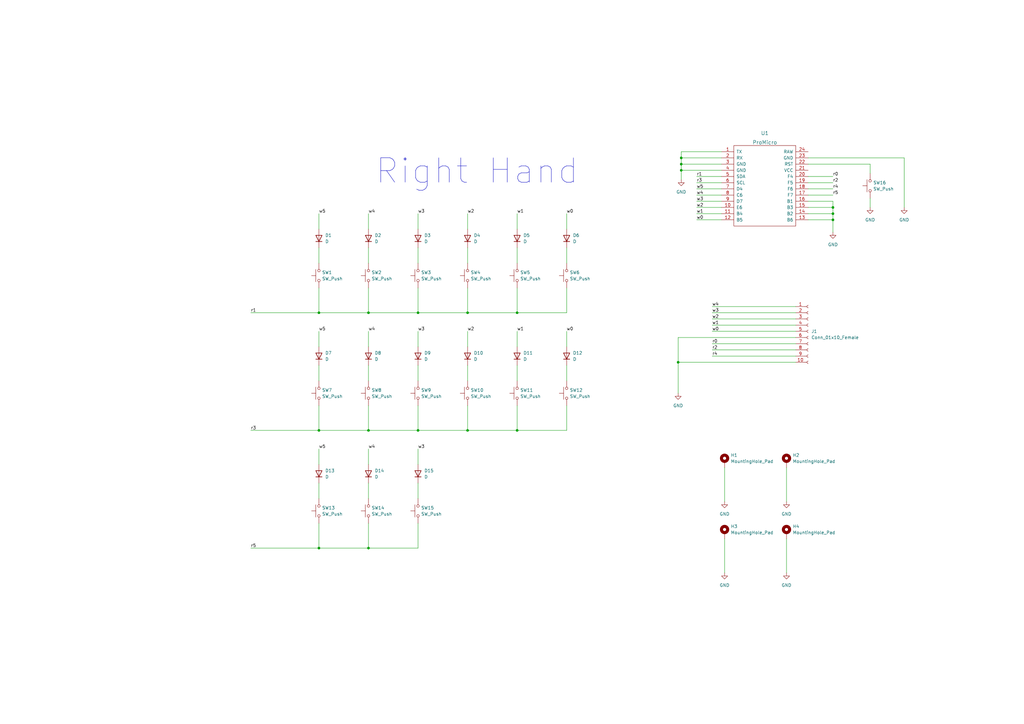
<source format=kicad_sch>
(kicad_sch (version 20211123) (generator eeschema)
  (paper "A3")
  (lib_symbols
    (symbol "Connector:Conn_01x10_Female" (pin_names (offset 1.016) hide)
      (property "Reference" "J" (at 0 12.7 0))
      (property "Value" "Conn_01x10_Female" (at 0 -15.24 0))
      (symbol "Conn_01x10_Female_1_1"
        (arc (start 0 -12.192) (mid -0.508 -12.7) (end 0 -13.208) (stroke (width 0.1524)))
        (arc (start 0 -9.652) (mid -0.508 -10.16) (end 0 -10.668) (stroke (width 0.1524)))
        (arc (start 0 -7.112) (mid -0.508 -7.62) (end 0 -8.128) (stroke (width 0.1524)))
        (arc (start 0 -4.572) (mid -0.508 -5.08) (end 0 -5.588) (stroke (width 0.1524)))
        (arc (start 0 -2.032) (mid -0.508 -2.54) (end 0 -3.048) (stroke (width 0.1524)))
        (polyline (pts (xy -1.27 -12.7) (xy -0.508 -12.7)) (stroke (width 0.1524)))
        (polyline (pts (xy -1.27 -10.16) (xy -0.508 -10.16)) (stroke (width 0.1524)))
        (polyline (pts (xy -1.27 -7.62) (xy -0.508 -7.62)) (stroke (width 0.1524)))
        (polyline (pts (xy -1.27 -5.08) (xy -0.508 -5.08)) (stroke (width 0.1524)))
        (polyline (pts (xy -1.27 -2.54) (xy -0.508 -2.54)) (stroke (width 0.1524)))
        (polyline (pts (xy -1.27 0) (xy -0.508 0)) (stroke (width 0.1524)))
        (polyline (pts (xy -1.27 2.54) (xy -0.508 2.54)) (stroke (width 0.1524)))
        (polyline (pts (xy -1.27 5.08) (xy -0.508 5.08)) (stroke (width 0.1524)))
        (polyline (pts (xy -1.27 7.62) (xy -0.508 7.62)) (stroke (width 0.1524)))
        (polyline (pts (xy -1.27 10.16) (xy -0.508 10.16)) (stroke (width 0.1524)))
        (arc (start 0 0.508) (mid -0.508 0) (end 0 -0.508) (stroke (width 0.1524)))
        (arc (start 0 3.048) (mid -0.508 2.54) (end 0 2.032) (stroke (width 0.1524)))
        (arc (start 0 5.588) (mid -0.508 5.08) (end 0 4.572) (stroke (width 0.1524)))
        (arc (start 0 8.128) (mid -0.508 7.62) (end 0 7.112) (stroke (width 0.1524)))
        (arc (start 0 10.668) (mid -0.508 10.16) (end 0 9.652) (stroke (width 0.1524)))
        (pin passive line (at -5.08 10.16 0) (length 3.81) (name "Pin_1") (number "1"))
        (pin passive line (at -5.08 -12.7 0) (length 3.81) (name "Pin_10") (number "10"))
        (pin passive line (at -5.08 7.62 0) (length 3.81) (name "Pin_2") (number "2"))
        (pin passive line (at -5.08 5.08 0) (length 3.81) (name "Pin_3") (number "3"))
        (pin passive line (at -5.08 2.54 0) (length 3.81) (name "Pin_4") (number "4"))
        (pin passive line (at -5.08 0 0) (length 3.81) (name "Pin_5") (number "5"))
        (pin passive line (at -5.08 -2.54 0) (length 3.81) (name "Pin_6") (number "6"))
        (pin passive line (at -5.08 -5.08 0) (length 3.81) (name "Pin_7") (number "7"))
        (pin passive line (at -5.08 -7.62 0) (length 3.81) (name "Pin_8") (number "8"))
        (pin passive line (at -5.08 -10.16 0) (length 3.81) (name "Pin_9") (number "9"))
      )
    )
    (symbol "Device:D" (pin_numbers hide) (pin_names (offset 1.016) hide)
      (property "Reference" "D" (at 0 2.54 0))
      (property "Value" "D" (at 0 -2.54 0))
      (symbol "D_0_1"
        (polyline (pts (xy -1.27 1.27) (xy -1.27 -1.27)) (stroke (width 0.254)))
        (polyline (pts (xy 1.27 0) (xy -1.27 0)))
        (polyline (pts (xy 1.27 1.27) (xy 1.27 -1.27) (xy -1.27 0) (xy 1.27 1.27)) (stroke (width 0.254)))
      )
      (symbol "D_1_1"
        (pin passive line (at -3.81 0 0) (length 2.54) (name "K") (number "1"))
        (pin passive line (at 3.81 0 180) (length 2.54) (name "A") (number "2"))
      )
    )
    (symbol "Mechanical:MountingHole_Pad" (pin_numbers hide) (pin_names (offset 1.016) hide)
      (property "Reference" "H" (at 0 6.35 0))
      (property "Value" "MountingHole_Pad" (at 0 4.445 0))
      (symbol "MountingHole_Pad_0_1"
        (circle (center 0 1.27) (radius 1.27) (stroke (width 1.27)))
      )
      (symbol "MountingHole_Pad_1_1"
        (pin input line (at 0 -2.54 90) (length 2.54) (name "1") (number "1"))
      )
    )
    (symbol "Switch:SW_Push" (pin_numbers hide) (pin_names (offset 1.016) hide)
      (property "Reference" "SW" (at 1.27 2.54 0))
      (property "Value" "SW_Push" (at 0 -1.524 0))
      (symbol "SW_Push_0_1"
        (circle (center -2.032 0) (radius 0.508))
        (polyline (pts (xy 0 1.27) (xy 0 3.048)))
        (polyline (pts (xy 2.54 1.27) (xy -2.54 1.27)))
        (circle (center 2.032 0) (radius 0.508))
        (pin passive line (at -5.08 0 0) (length 2.54) (name "1") (number "1"))
        (pin passive line (at 5.08 0 180) (length 2.54) (name "2") (number "2"))
      )
    )
    (symbol "power:GND" (power) (pin_names (offset 0))
      (property "Value" "GND" (at 0 -3.81 0))
      (symbol "GND_0_1"
        (polyline (pts (xy 0 0) (xy 0 -1.27) (xy 1.27 -1.27) (xy 0 -2.54) (xy -1.27 -1.27) (xy 0 -1.27)))
      )
      (symbol "GND_1_1"
        (pin power_in line (at 0 0 270) (length 0) hide (name "GND") (number "1"))
      )
    )
    (symbol "promicro:ProMicro" (pin_names (offset 1.016))
      (property "Reference" "U" (at 0 24.13 0))
      (property "Value" "ProMicro" (at 0 -13.97 0))
      (symbol "ProMicro_0_1"
        (rectangle (start -12.7 21.59) (end 12.7 -11.43))
      )
      (symbol "ProMicro_1_1"
        (pin bidirectional line (at -17.78 19.05 0) (length 5.08) (name "TX") (number "1"))
        (pin bidirectional line (at -17.78 -3.81 0) (length 5.08) (name "E6") (number "10"))
        (pin bidirectional line (at -17.78 -6.35 0) (length 5.08) (name "B4") (number "11"))
        (pin bidirectional line (at -17.78 -8.89 0) (length 5.08) (name "B5") (number "12"))
        (pin bidirectional line (at 17.78 -8.89 180) (length 5.08) (name "B6") (number "13"))
        (pin bidirectional line (at 17.78 -6.35 180) (length 5.08) (name "B2") (number "14"))
        (pin bidirectional line (at 17.78 -3.81 180) (length 5.08) (name "B3") (number "15"))
        (pin bidirectional line (at 17.78 -1.27 180) (length 5.08) (name "B1") (number "16"))
        (pin bidirectional line (at 17.78 1.27 180) (length 5.08) (name "F7") (number "17"))
        (pin bidirectional line (at 17.78 3.81 180) (length 5.08) (name "F6") (number "18"))
        (pin bidirectional line (at 17.78 6.35 180) (length 5.08) (name "F5") (number "19"))
        (pin bidirectional line (at -17.78 16.51 0) (length 5.08) (name "RX") (number "2"))
        (pin bidirectional line (at 17.78 8.89 180) (length 5.08) (name "F4") (number "20"))
        (pin power_in line (at 17.78 11.43 180) (length 5.08) (name "VCC") (number "21"))
        (pin input line (at 17.78 13.97 180) (length 5.08) (name "RST") (number "22"))
        (pin power_in line (at 17.78 16.51 180) (length 5.08) (name "GND") (number "23"))
        (pin power_out line (at 17.78 19.05 180) (length 5.08) (name "RAW") (number "24"))
        (pin power_in line (at -17.78 13.97 0) (length 5.08) (name "GND") (number "3"))
        (pin power_in line (at -17.78 11.43 0) (length 5.08) (name "GND") (number "4"))
        (pin bidirectional line (at -17.78 8.89 0) (length 5.08) (name "SDA") (number "5"))
        (pin bidirectional line (at -17.78 6.35 0) (length 5.08) (name "SCL") (number "6"))
        (pin bidirectional line (at -17.78 3.81 0) (length 5.08) (name "D4") (number "7"))
        (pin bidirectional line (at -17.78 1.27 0) (length 5.08) (name "C6") (number "8"))
        (pin bidirectional line (at -17.78 -1.27 0) (length 5.08) (name "D7") (number "9"))
      )
    )
  )
  (junction (at 341.63 90.17))
  (junction (at 191.77 128.27))
  (junction (at 130.81 176.53))
  (junction (at 191.77 176.53))
  (junction (at 171.45 128.27))
  (junction (at 341.63 87.63))
  (junction (at 151.13 224.79))
  (junction (at 212.09 128.27))
  (junction (at 151.13 128.27))
  (junction (at 212.09 176.53))
  (junction (at 130.81 224.79))
  (junction (at 130.81 128.27))
  (junction (at 278.13 148.59))
  (junction (at 341.63 85.09))
  (junction (at 171.45 176.53))
  (junction (at 279.4 69.85))
  (junction (at 279.4 64.77))
  (junction (at 279.4 67.31))
  (junction (at 151.13 176.53))
  (wire (pts (xy 356.87 67.31) (xy 356.87 71.12)))
  (wire (pts (xy 102.87 128.27) (xy 130.81 128.27)))
  (wire (pts (xy 212.09 87.63) (xy 212.09 93.98)))
  (wire (pts (xy 331.47 87.63) (xy 341.63 87.63)))
  (wire (pts (xy 292.1 140.97) (xy 326.39 140.97)))
  (wire (pts (xy 279.4 69.85) (xy 279.4 73.66)))
  (wire (pts (xy 292.1 128.27) (xy 326.39 128.27)))
  (wire (pts (xy 292.1 125.73) (xy 326.39 125.73)))
  (wire (pts (xy 285.75 74.93) (xy 295.91 74.93)))
  (wire (pts (xy 285.75 77.47) (xy 295.91 77.47)))
  (wire (pts (xy 285.75 85.09) (xy 295.91 85.09)))
  (wire (pts (xy 212.09 101.6) (xy 212.09 107.95)))
  (wire (pts (xy 130.81 118.11) (xy 130.81 128.27)))
  (wire (pts (xy 331.47 90.17) (xy 341.63 90.17)))
  (wire (pts (xy 341.63 82.55) (xy 341.63 85.09)))
  (wire (pts (xy 171.45 176.53) (xy 191.77 176.53)))
  (wire (pts (xy 151.13 149.86) (xy 151.13 156.21)))
  (wire (pts (xy 331.47 82.55) (xy 341.63 82.55)))
  (wire (pts (xy 278.13 138.43) (xy 326.39 138.43)))
  (wire (pts (xy 102.87 176.53) (xy 130.81 176.53)))
  (wire (pts (xy 292.1 146.05) (xy 326.39 146.05)))
  (wire (pts (xy 285.75 90.17) (xy 295.91 90.17)))
  (wire (pts (xy 171.45 118.11) (xy 171.45 128.27)))
  (wire (pts (xy 322.58 220.98) (xy 322.58 234.95)))
  (wire (pts (xy 191.77 118.11) (xy 191.77 128.27)))
  (wire (pts (xy 130.81 224.79) (xy 151.13 224.79)))
  (wire (pts (xy 331.47 64.77) (xy 370.84 64.77)))
  (wire (pts (xy 171.45 87.63) (xy 171.45 93.98)))
  (wire (pts (xy 279.4 69.85) (xy 295.91 69.85)))
  (wire (pts (xy 331.47 67.31) (xy 356.87 67.31)))
  (wire (pts (xy 292.1 130.81) (xy 326.39 130.81)))
  (wire (pts (xy 130.81 87.63) (xy 130.81 93.98)))
  (wire (pts (xy 232.41 118.11) (xy 232.41 128.27)))
  (wire (pts (xy 331.47 77.47) (xy 341.63 77.47)))
  (wire (pts (xy 295.91 67.31) (xy 279.4 67.31)))
  (wire (pts (xy 278.13 148.59) (xy 278.13 161.29)))
  (wire (pts (xy 279.4 64.77) (xy 279.4 67.31)))
  (wire (pts (xy 151.13 135.89) (xy 151.13 142.24)))
  (wire (pts (xy 279.4 62.23) (xy 279.4 64.77)))
  (wire (pts (xy 331.47 72.39) (xy 341.63 72.39)))
  (wire (pts (xy 292.1 135.89) (xy 326.39 135.89)))
  (wire (pts (xy 292.1 133.35) (xy 326.39 133.35)))
  (wire (pts (xy 212.09 166.37) (xy 212.09 176.53)))
  (wire (pts (xy 151.13 184.15) (xy 151.13 190.5)))
  (wire (pts (xy 285.75 80.01) (xy 295.91 80.01)))
  (wire (pts (xy 130.81 184.15) (xy 130.81 190.5)))
  (wire (pts (xy 322.58 191.77) (xy 322.58 205.74)))
  (wire (pts (xy 370.84 64.77) (xy 370.84 85.09)))
  (wire (pts (xy 285.75 82.55) (xy 295.91 82.55)))
  (wire (pts (xy 356.87 81.28) (xy 356.87 85.09)))
  (wire (pts (xy 130.81 149.86) (xy 130.81 156.21)))
  (wire (pts (xy 171.45 101.6) (xy 171.45 107.95)))
  (wire (pts (xy 191.77 176.53) (xy 212.09 176.53)))
  (wire (pts (xy 191.77 135.89) (xy 191.77 142.24)))
  (wire (pts (xy 191.77 166.37) (xy 191.77 176.53)))
  (wire (pts (xy 232.41 149.86) (xy 232.41 156.21)))
  (wire (pts (xy 171.45 166.37) (xy 171.45 176.53)))
  (wire (pts (xy 151.13 166.37) (xy 151.13 176.53)))
  (wire (pts (xy 279.4 67.31) (xy 279.4 69.85)))
  (wire (pts (xy 130.81 176.53) (xy 151.13 176.53)))
  (wire (pts (xy 191.77 128.27) (xy 212.09 128.27)))
  (wire (pts (xy 232.41 166.37) (xy 232.41 176.53)))
  (wire (pts (xy 297.18 220.98) (xy 297.18 234.95)))
  (wire (pts (xy 232.41 135.89) (xy 232.41 142.24)))
  (wire (pts (xy 171.45 135.89) (xy 171.45 142.24)))
  (wire (pts (xy 151.13 214.63) (xy 151.13 224.79)))
  (wire (pts (xy 278.13 148.59) (xy 326.39 148.59)))
  (wire (pts (xy 232.41 87.63) (xy 232.41 93.98)))
  (wire (pts (xy 171.45 214.63) (xy 171.45 224.79)))
  (wire (pts (xy 341.63 87.63) (xy 341.63 90.17)))
  (wire (pts (xy 130.81 198.12) (xy 130.81 204.47)))
  (wire (pts (xy 278.13 138.43) (xy 278.13 148.59)))
  (wire (pts (xy 331.47 85.09) (xy 341.63 85.09)))
  (wire (pts (xy 171.45 149.86) (xy 171.45 156.21)))
  (wire (pts (xy 212.09 149.86) (xy 212.09 156.21)))
  (wire (pts (xy 171.45 128.27) (xy 191.77 128.27)))
  (wire (pts (xy 295.91 62.23) (xy 279.4 62.23)))
  (wire (pts (xy 130.81 128.27) (xy 151.13 128.27)))
  (wire (pts (xy 171.45 198.12) (xy 171.45 204.47)))
  (wire (pts (xy 279.4 64.77) (xy 295.91 64.77)))
  (wire (pts (xy 102.87 224.79) (xy 130.81 224.79)))
  (wire (pts (xy 130.81 166.37) (xy 130.81 176.53)))
  (wire (pts (xy 212.09 118.11) (xy 212.09 128.27)))
  (wire (pts (xy 341.63 85.09) (xy 341.63 87.63)))
  (wire (pts (xy 297.18 191.77) (xy 297.18 205.74)))
  (wire (pts (xy 212.09 135.89) (xy 212.09 142.24)))
  (wire (pts (xy 151.13 128.27) (xy 171.45 128.27)))
  (wire (pts (xy 171.45 184.15) (xy 171.45 190.5)))
  (wire (pts (xy 151.13 118.11) (xy 151.13 128.27)))
  (wire (pts (xy 130.81 101.6) (xy 130.81 107.95)))
  (wire (pts (xy 212.09 176.53) (xy 232.41 176.53)))
  (wire (pts (xy 130.81 214.63) (xy 130.81 224.79)))
  (wire (pts (xy 212.09 128.27) (xy 232.41 128.27)))
  (wire (pts (xy 232.41 101.6) (xy 232.41 107.95)))
  (wire (pts (xy 341.63 90.17) (xy 341.63 95.25)))
  (wire (pts (xy 191.77 87.63) (xy 191.77 93.98)))
  (wire (pts (xy 151.13 224.79) (xy 171.45 224.79)))
  (wire (pts (xy 191.77 149.86) (xy 191.77 156.21)))
  (wire (pts (xy 285.75 72.39) (xy 295.91 72.39)))
  (wire (pts (xy 292.1 143.51) (xy 326.39 143.51)))
  (wire (pts (xy 130.81 135.89) (xy 130.81 142.24)))
  (wire (pts (xy 151.13 101.6) (xy 151.13 107.95)))
  (wire (pts (xy 151.13 198.12) (xy 151.13 204.47)))
  (wire (pts (xy 191.77 101.6) (xy 191.77 107.95)))
  (wire (pts (xy 331.47 74.93) (xy 341.63 74.93)))
  (wire (pts (xy 285.75 87.63) (xy 295.91 87.63)))
  (wire (pts (xy 331.47 80.01) (xy 341.63 80.01)))
  (wire (pts (xy 151.13 176.53) (xy 171.45 176.53)))
  (wire (pts (xy 151.13 87.63) (xy 151.13 93.98)))
  (text "Right Hand\n" (at 153.67 76.2 0) (effects (font (size 10 10)) (justify left bottom)))
  (label "w3" (at 285.75 82.55 0))
  (label "w4" (at 292.1 125.73 0))
  (label "w1" (at 212.09 87.63 0))
  (label "w2" (at 292.1 130.81 0))
  (label "w4" (at 151.13 184.15 0))
  (label "r3" (at 285.75 74.93 0))
  (label "w1" (at 285.75 87.63 0))
  (label "w3" (at 171.45 135.89 0))
  (label "r2" (at 292.1 143.51 0))
  (label "r5" (at 102.87 224.79 0))
  (label "r0" (at 341.63 72.39 0))
  (label "w0" (at 232.41 135.89 0))
  (label "w0" (at 285.75 90.17 0))
  (label "w5" (at 130.81 135.89 0))
  (label "w5" (at 130.81 184.15 0))
  (label "r0" (at 292.1 140.97 0))
  (label "w4" (at 285.75 80.01 0))
  (label "w3" (at 292.1 128.27 0))
  (label "w1" (at 292.1 133.35 0))
  (label "w3" (at 171.45 184.15 0))
  (label "w2" (at 191.77 135.89 0))
  (label "r3" (at 102.87 176.53 0))
  (label "w5" (at 285.75 77.47 0))
  (label "w0" (at 232.41 87.63 0))
  (label "w3" (at 171.45 87.63 0))
  (label "r4" (at 292.1 146.05 0))
  (label "w1" (at 212.09 135.89 0))
  (label "w2" (at 191.77 87.63 0))
  (label "r1" (at 285.75 72.39 0))
  (label "w5" (at 130.81 87.63 0))
  (label "w2" (at 285.75 85.09 0))
  (label "w4" (at 151.13 87.63 0))
  (label "r4" (at 341.63 77.47 0))
  (label "r5" (at 341.63 80.01 0))
  (label "w4" (at 151.13 135.89 0))
  (label "r2" (at 341.63 74.93 0))
  (label "w0" (at 292.1 135.89 0))
  (label "r1" (at 102.87 128.27 0))
  (symbol (lib_id "Device:D") (at 151.13 97.79 90) (unit 1)
    (property "Reference" "D2" (at 153.67 96.5199 90) (effects (justify right)))
    (property "Value" "D" (at 153.67 99.0599 90) (effects (justify right)))
    (property "Footprint" "Diode_THT:D_T-1_P5.08mm_Horizontal" (effects hide))
  )
  (symbol (lib_id "Switch:SW_Push") (at 232.41 113.03 90) (unit 1)
    (property "Reference" "SW6" (at 233.68 111.7599 90) (effects (justify right)))
    (property "Value" "SW_Push" (at 233.68 114.2999 90) (effects (justify right)))
    (property "Footprint" "Button_Switch_Keyboard:SW_Cherry_MX_1.00u_PCB" (effects hide))
  )
  (symbol (lib_id "Switch:SW_Push") (at 212.09 113.03 90) (unit 1)
    (property "Reference" "SW5" (at 213.36 111.7599 90) (effects (justify right)))
    (property "Value" "SW_Push" (at 213.36 114.2999 90) (effects (justify right)))
    (property "Footprint" "Button_Switch_Keyboard:SW_Cherry_MX_1.00u_PCB" (effects hide))
  )
  (symbol (lib_id "Mechanical:MountingHole_Pad") (at 322.58 189.23 0) (unit 1)
    (property "Reference" "H2" (at 325.12 186.6899 0) (effects (justify left)))
    (property "Value" "MountingHole_Pad" (at 325.12 189.2299 0) (effects (justify left)))
    (property "Footprint" "MountingHole:MountingHole_3.2mm_M3_DIN965_Pad" (effects hide))
  )
  (symbol (lib_id "Device:D") (at 212.09 97.79 90) (unit 1)
    (property "Reference" "D5" (at 214.63 96.5199 90) (effects (justify right)))
    (property "Value" "D" (at 214.63 99.0599 90) (effects (justify right)))
    (property "Footprint" "Diode_THT:D_T-1_P5.08mm_Horizontal" (effects hide))
  )
  (symbol (lib_id "Device:D") (at 171.45 146.05 90) (unit 1)
    (property "Reference" "D9" (at 173.99 144.7799 90) (effects (justify right)))
    (property "Value" "D" (at 173.99 147.3199 90) (effects (justify right)))
    (property "Footprint" "Diode_THT:D_T-1_P5.08mm_Horizontal" (effects hide))
  )
  (symbol (lib_id "Switch:SW_Push") (at 130.81 113.03 90) (unit 1)
    (property "Reference" "SW1" (at 132.08 111.7599 90) (effects (justify right)))
    (property "Value" "SW_Push" (at 132.08 114.2999 90) (effects (justify right)))
    (property "Footprint" "Button_Switch_Keyboard:SW_Cherry_MX_1.00u_PCB" (effects hide))
  )
  (symbol (lib_id "Device:D") (at 130.81 194.31 90) (unit 1)
    (property "Reference" "D13" (at 133.35 193.0399 90) (effects (justify right)))
    (property "Value" "D" (at 133.35 195.5799 90) (effects (justify right)))
    (property "Footprint" "Diode_THT:D_T-1_P5.08mm_Horizontal" (effects hide))
  )
  (symbol (lib_id "Switch:SW_Push") (at 191.77 113.03 90) (unit 1)
    (property "Reference" "SW4" (at 193.04 111.7599 90) (effects (justify right)))
    (property "Value" "SW_Push" (at 193.04 114.2999 90) (effects (justify right)))
    (property "Footprint" "Button_Switch_Keyboard:SW_Cherry_MX_1.00u_PCB" (effects hide))
  )
  (symbol (lib_id "Switch:SW_Push") (at 212.09 161.29 90) (unit 1)
    (property "Reference" "SW11" (at 213.36 160.0199 90) (effects (justify right)))
    (property "Value" "SW_Push" (at 213.36 162.5599 90) (effects (justify right)))
    (property "Footprint" "Button_Switch_Keyboard:SW_Cherry_MX_1.00u_PCB" (effects hide))
  )
  (symbol (lib_id "Device:D") (at 171.45 194.31 90) (unit 1)
    (property "Reference" "D15" (at 173.99 193.0399 90) (effects (justify right)))
    (property "Value" "D" (at 173.99 195.5799 90) (effects (justify right)))
    (property "Footprint" "Diode_THT:D_T-1_P5.08mm_Horizontal" (effects hide))
  )
  (symbol (lib_id "power:GND") (at 356.87 85.09 0) (unit 1)
    (property "Reference" "#PWR0106" (effects hide))
    (property "Value" "GND" (at 356.87 90.17 0))
  )
  (symbol (lib_id "Switch:SW_Push") (at 191.77 161.29 90) (unit 1)
    (property "Reference" "SW10" (at 193.04 160.0199 90) (effects (justify right)))
    (property "Value" "SW_Push" (at 193.04 162.5599 90) (effects (justify right)))
    (property "Footprint" "Button_Switch_Keyboard:SW_Cherry_MX_1.00u_PCB" (effects hide))
  )
  (symbol (lib_id "power:GND") (at 322.58 205.74 0) (unit 1)
    (property "Reference" "#PWR0109" (effects hide))
    (property "Value" "GND" (at 322.58 210.82 0))
  )
  (symbol (lib_id "Switch:SW_Push") (at 151.13 209.55 90) (unit 1)
    (property "Reference" "SW14" (at 152.4 208.2799 90) (effects (justify right)))
    (property "Value" "SW_Push" (at 152.4 210.8199 90) (effects (justify right)))
    (property "Footprint" "Button_Switch_Keyboard:SW_Cherry_MX_1.00u_PCB" (effects hide))
  )
  (symbol (lib_id "Switch:SW_Push") (at 356.87 76.2 90) (unit 1)
    (property "Reference" "SW16" (at 358.14 74.9299 90) (effects (justify right)))
    (property "Value" "SW_Push" (at 358.14 77.4699 90) (effects (justify right)))
    (property "Footprint" "Button_Switch_THT:SW_PUSH_6mm_H5mm" (effects hide))
  )
  (symbol (lib_id "power:GND") (at 279.4 73.66 0) (unit 1)
    (property "Reference" "#PWR0101" (effects hide))
    (property "Value" "GND" (at 279.4 78.74 0))
  )
  (symbol (lib_id "Device:D") (at 151.13 146.05 90) (unit 1)
    (property "Reference" "D8" (at 153.67 144.7799 90) (effects (justify right)))
    (property "Value" "D" (at 153.67 147.3199 90) (effects (justify right)))
    (property "Footprint" "Diode_THT:D_T-1_P5.08mm_Horizontal" (effects hide))
  )
  (symbol (lib_id "power:GND") (at 297.18 234.95 0) (unit 1)
    (property "Reference" "#PWR0104" (effects hide))
    (property "Value" "GND" (at 297.18 240.03 0))
  )
  (symbol (lib_id "Switch:SW_Push") (at 171.45 113.03 90) (unit 1)
    (property "Reference" "SW3" (at 172.72 111.7599 90) (effects (justify right)))
    (property "Value" "SW_Push" (at 172.72 114.2999 90) (effects (justify right)))
    (property "Footprint" "Button_Switch_Keyboard:SW_Cherry_MX_1.00u_PCB" (effects hide))
  )
  (symbol (lib_id "power:GND") (at 297.18 205.74 0) (unit 1)
    (property "Reference" "#PWR0108" (effects hide))
    (property "Value" "GND" (at 297.18 210.82 0))
  )
  (symbol (lib_id "Mechanical:MountingHole_Pad") (at 297.18 218.44 0) (unit 1)
    (property "Reference" "H3" (at 299.72 215.8999 0) (effects (justify left)))
    (property "Value" "MountingHole_Pad" (at 299.72 218.4399 0) (effects (justify left)))
    (property "Footprint" "MountingHole:MountingHole_3.2mm_M3_DIN965_Pad" (effects hide))
  )
  (symbol (lib_id "promicro:ProMicro") (at 313.69 81.28 0) (unit 1)
    (property "Reference" "U1" (at 313.69 54.61 0) (effects (font (size 1.524 1.524))))
    (property "Value" "ProMicro" (at 313.69 58.42 0) (effects (font (size 1.524 1.524))))
    (property "Footprint" "promicro:ProMicro" (effects hide))
  )
  (symbol (lib_id "Device:D") (at 191.77 97.79 90) (unit 1)
    (property "Reference" "D4" (at 194.31 96.5199 90) (effects (justify right)))
    (property "Value" "D" (at 194.31 99.0599 90) (effects (justify right)))
    (property "Footprint" "Diode_THT:D_T-1_P5.08mm_Horizontal" (effects hide))
  )
  (symbol (lib_id "Switch:SW_Push") (at 171.45 209.55 90) (unit 1)
    (property "Reference" "SW15" (at 172.72 208.2799 90) (effects (justify right)))
    (property "Value" "SW_Push" (at 172.72 210.8199 90) (effects (justify right)))
    (property "Footprint" "Button_Switch_Keyboard:SW_Cherry_MX_1.00u_PCB" (effects hide))
  )
  (symbol (lib_id "Device:D") (at 232.41 97.79 90) (unit 1)
    (property "Reference" "D6" (at 234.95 96.5199 90) (effects (justify right)))
    (property "Value" "D" (at 234.95 99.0599 90) (effects (justify right)))
    (property "Footprint" "Diode_THT:D_T-1_P5.08mm_Horizontal" (effects hide))
  )
  (symbol (lib_id "Switch:SW_Push") (at 130.81 209.55 90) (unit 1)
    (property "Reference" "SW13" (at 132.08 208.2799 90) (effects (justify right)))
    (property "Value" "SW_Push" (at 132.08 210.8199 90) (effects (justify right)))
    (property "Footprint" "Button_Switch_Keyboard:SW_Cherry_MX_1.00u_PCB" (effects hide))
  )
  (symbol (lib_id "Switch:SW_Push") (at 171.45 161.29 90) (unit 1)
    (property "Reference" "SW9" (at 172.72 160.0199 90) (effects (justify right)))
    (property "Value" "SW_Push" (at 172.72 162.5599 90) (effects (justify right)))
    (property "Footprint" "Button_Switch_Keyboard:SW_Cherry_MX_1.00u_PCB" (effects hide))
  )
  (symbol (lib_id "Connector:Conn_01x10_Female") (at 331.47 135.89 0) (unit 1)
    (property "Reference" "J1" (at 332.74 135.8899 0) (effects (justify left)))
    (property "Value" "Conn_01x10_Female" (at 332.74 138.4299 0) (effects (justify left)))
    (property "Footprint" "Connector_PinHeader_1.27mm:PinHeader_1x10_P1.27mm_Vertical" (effects hide))
  )
  (symbol (lib_id "Switch:SW_Push") (at 130.81 161.29 90) (unit 1)
    (property "Reference" "SW7" (at 132.08 160.0199 90) (effects (justify right)))
    (property "Value" "SW_Push" (at 132.08 162.5599 90) (effects (justify right)))
    (property "Footprint" "Button_Switch_Keyboard:SW_Cherry_MX_1.00u_PCB" (effects hide))
  )
  (symbol (lib_id "Switch:SW_Push") (at 232.41 161.29 90) (unit 1)
    (property "Reference" "SW12" (at 233.68 160.0199 90) (effects (justify right)))
    (property "Value" "SW_Push" (at 233.68 162.5599 90) (effects (justify right)))
    (property "Footprint" "Button_Switch_Keyboard:SW_Cherry_MX_1.00u_PCB" (effects hide))
  )
  (symbol (lib_id "power:GND") (at 341.63 95.25 0) (unit 1)
    (property "Reference" "#PWR0105" (effects hide))
    (property "Value" "GND" (at 341.63 100.33 0))
  )
  (symbol (lib_id "power:GND") (at 278.13 161.29 0) (unit 1)
    (property "Reference" "#PWR0103" (effects hide))
    (property "Value" "GND" (at 278.13 166.37 0))
  )
  (symbol (lib_id "Switch:SW_Push") (at 151.13 113.03 90) (unit 1)
    (property "Reference" "SW2" (at 152.4 111.7599 90) (effects (justify right)))
    (property "Value" "SW_Push" (at 152.4 114.2999 90) (effects (justify right)))
    (property "Footprint" "Button_Switch_Keyboard:SW_Cherry_MX_1.00u_PCB" (effects hide))
  )
  (symbol (lib_id "Device:D") (at 130.81 97.79 90) (unit 1)
    (property "Reference" "D1" (at 133.35 96.5199 90) (effects (justify right)))
    (property "Value" "D" (at 133.35 99.0599 90) (effects (justify right)))
    (property "Footprint" "Diode_THT:D_T-1_P5.08mm_Horizontal" (effects hide))
  )
  (symbol (lib_id "Device:D") (at 212.09 146.05 90) (unit 1)
    (property "Reference" "D11" (at 214.63 144.7799 90) (effects (justify right)))
    (property "Value" "D" (at 214.63 147.3199 90) (effects (justify right)))
    (property "Footprint" "Diode_THT:D_T-1_P5.08mm_Horizontal" (effects hide))
  )
  (symbol (lib_id "Device:D") (at 171.45 97.79 90) (unit 1)
    (property "Reference" "D3" (at 173.99 96.5199 90) (effects (justify right)))
    (property "Value" "D" (at 173.99 99.0599 90) (effects (justify right)))
    (property "Footprint" "Diode_THT:D_T-1_P5.08mm_Horizontal" (effects hide))
  )
  (symbol (lib_id "Device:D") (at 191.77 146.05 90) (unit 1)
    (property "Reference" "D10" (at 194.31 144.7799 90) (effects (justify right)))
    (property "Value" "D" (at 194.31 147.3199 90) (effects (justify right)))
    (property "Footprint" "Diode_THT:D_T-1_P5.08mm_Horizontal" (effects hide))
  )
  (symbol (lib_id "power:GND") (at 322.58 234.95 0) (unit 1)
    (property "Reference" "#PWR0107" (effects hide))
    (property "Value" "GND" (at 322.58 240.03 0))
  )
  (symbol (lib_id "power:GND") (at 370.84 85.09 0) (unit 1)
    (property "Reference" "#PWR0102" (effects hide))
    (property "Value" "GND" (at 370.84 90.17 0))
  )
  (symbol (lib_id "Mechanical:MountingHole_Pad") (at 297.18 189.23 0) (unit 1)
    (property "Reference" "H1" (at 299.72 186.6899 0) (effects (justify left)))
    (property "Value" "MountingHole_Pad" (at 299.72 189.2299 0) (effects (justify left)))
    (property "Footprint" "MountingHole:MountingHole_3.2mm_M3_DIN965_Pad" (effects hide))
  )
  (symbol (lib_id "Device:D") (at 232.41 146.05 90) (unit 1)
    (property "Reference" "D12" (at 234.95 144.7799 90) (effects (justify right)))
    (property "Value" "D" (at 234.95 147.3199 90) (effects (justify right)))
    (property "Footprint" "Diode_THT:D_T-1_P5.08mm_Horizontal" (effects hide))
  )
  (symbol (lib_id "Switch:SW_Push") (at 151.13 161.29 90) (unit 1)
    (property "Reference" "SW8" (at 152.4 160.0199 90) (effects (justify right)))
    (property "Value" "SW_Push" (at 152.4 162.5599 90) (effects (justify right)))
    (property "Footprint" "Button_Switch_Keyboard:SW_Cherry_MX_1.00u_PCB" (effects hide))
  )
  (symbol (lib_id "Mechanical:MountingHole_Pad") (at 322.58 218.44 0) (unit 1)
    (property "Reference" "H4" (at 325.12 215.8999 0) (effects (justify left)))
    (property "Value" "MountingHole_Pad" (at 325.12 218.4399 0) (effects (justify left)))
    (property "Footprint" "MountingHole:MountingHole_3.2mm_M3_DIN965_Pad" (effects hide))
  )
  (symbol (lib_id "Device:D") (at 130.81 146.05 90) (unit 1)
    (property "Reference" "D7" (at 133.35 144.7799 90) (effects (justify right)))
    (property "Value" "D" (at 133.35 147.3199 90) (effects (justify right)))
    (property "Footprint" "Diode_THT:D_T-1_P5.08mm_Horizontal" (effects hide))
  )
  (symbol (lib_id "Device:D") (at 151.13 194.31 90) (unit 1)
    (property "Reference" "D14" (at 153.67 193.0399 90) (effects (justify right)))
    (property "Value" "D" (at 153.67 195.5799 90) (effects (justify right)))
    (property "Footprint" "Diode_THT:D_T-1_P5.08mm_Horizontal" (effects hide))
  )
)
</source>
